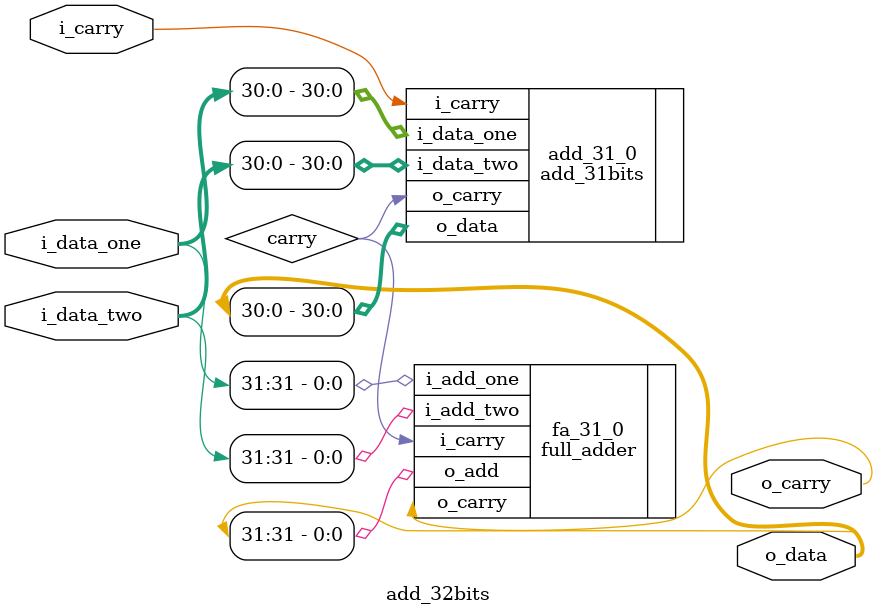
<source format=sv>
module add_32bits(
  input logic  [31:0] i_data_one,
  input logic  [31:0] i_data_two,
  input logic         i_carry,
  
  output logic [31:0] o_data,
  output logic        o_carry
);

  logic carry;

  add_31bits add_31_0(
    .i_data_one (i_data_one[30:0]),
    .i_data_two (i_data_two[30:0]),
    .i_carry    (i_carry),
    .o_data     (o_data[30:0]),
    .o_carry    (carry)
  );
  
  full_adder fa_31_0(
    .i_add_one (i_data_one[31]),
    .i_add_two (i_data_two[31]),
    .i_carry   (carry),
    .o_add     (o_data[31]),
    .o_carry   (o_carry)
  );

endmodule
</source>
